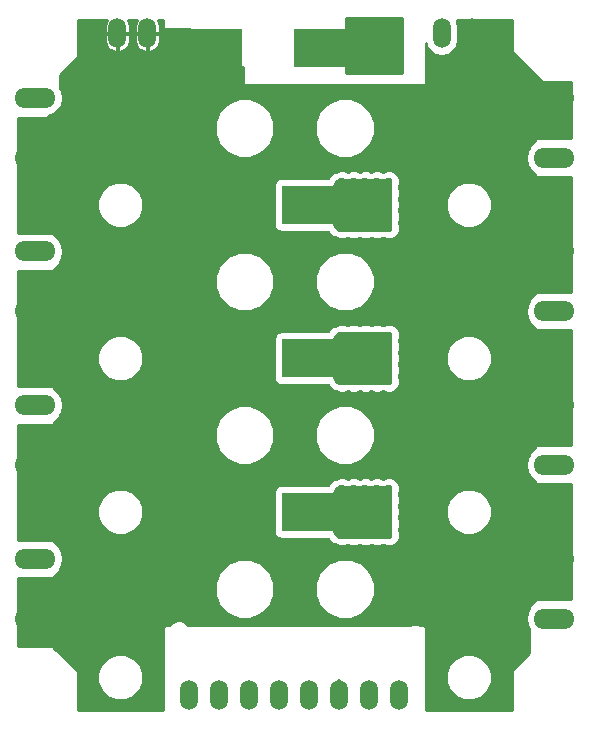
<source format=gbr>
G04 #@! TF.FileFunction,Copper,L2,Bot,Signal*
%FSLAX46Y46*%
G04 Gerber Fmt 4.6, Leading zero omitted, Abs format (unit mm)*
G04 Created by KiCad (PCBNEW 4.0.4-stable) date 03/07/19 13:46:32*
%MOMM*%
%LPD*%
G01*
G04 APERTURE LIST*
%ADD10C,0.100000*%
%ADD11O,3.500120X1.699260*%
%ADD12O,1.520000X2.520000*%
%ADD13R,4.500000X3.300000*%
%ADD14C,0.600000*%
%ADD15C,2.000000*%
%ADD16C,0.250000*%
%ADD17C,0.350000*%
%ADD18C,0.500000*%
%ADD19C,0.254000*%
G04 APERTURE END LIST*
D10*
D11*
X47000000Y47460000D03*
X47000000Y52540000D03*
X3000000Y39540000D03*
X3000000Y34460000D03*
X47000000Y34460000D03*
X47000000Y39540000D03*
X3000000Y52540000D03*
X3000000Y47460000D03*
D12*
X10000000Y58000000D03*
X12540000Y58000000D03*
X40000000Y58000000D03*
X37460000Y58000000D03*
D11*
X47000000Y8460000D03*
X47000000Y13540000D03*
X47000000Y21460000D03*
X47000000Y26540000D03*
X3000000Y26540000D03*
X3000000Y21460000D03*
X3000000Y13540000D03*
X3000000Y8460000D03*
D12*
X16100000Y2000000D03*
X18640000Y2000000D03*
X21180000Y2000000D03*
X23720000Y2000000D03*
X26260000Y2000000D03*
X28800000Y2000000D03*
X31340000Y2000000D03*
X33880000Y2000000D03*
D13*
X27150000Y56750000D03*
X18350000Y56750000D03*
X26150000Y43500000D03*
X17350000Y43500000D03*
X26150000Y30500000D03*
X17350000Y30500000D03*
X26150000Y17500000D03*
X17350000Y17500000D03*
D14*
X29000000Y15500000D03*
X30000000Y15500000D03*
X31000000Y15500000D03*
X32000000Y15500000D03*
X33000000Y15500000D03*
X33000000Y16500000D03*
X33000000Y17500000D03*
X33000000Y18500000D03*
X33000000Y19500000D03*
X32000000Y19500000D03*
X31000000Y19500000D03*
X30000000Y19500000D03*
X29000000Y19500000D03*
X29000000Y18500000D03*
X30000000Y18500000D03*
X31000000Y18500000D03*
X32000000Y18500000D03*
X32000000Y17500000D03*
X31000000Y17500000D03*
X30000000Y17500000D03*
X29000000Y17500000D03*
X29000000Y16500000D03*
X30000000Y16500000D03*
X31000000Y16500000D03*
X32000000Y16500000D03*
X29000000Y28500000D03*
X30000000Y28500000D03*
X31000000Y28500000D03*
X32000000Y28500000D03*
X33000000Y28500000D03*
X33000000Y29500000D03*
X33000000Y30500000D03*
X33000000Y31500000D03*
X33000000Y32500000D03*
X32000000Y32500000D03*
X31000000Y32500000D03*
X30000000Y32500000D03*
X29000000Y32500000D03*
X29000000Y31500000D03*
X30000000Y31500000D03*
X31000000Y31500000D03*
X32000000Y31500000D03*
X32000000Y30500000D03*
X31000000Y30500000D03*
X30000000Y30500000D03*
X29000000Y30500000D03*
X29000000Y29500000D03*
X30000000Y29500000D03*
X31000000Y29500000D03*
X32000000Y29500000D03*
X33000000Y41500000D03*
X33000000Y42500000D03*
X33000000Y43500000D03*
X33000000Y44500000D03*
X33000000Y45500000D03*
X32000000Y45500000D03*
X31000000Y45500000D03*
X30000000Y45500000D03*
X29000000Y45500000D03*
X32000000Y41500000D03*
X29000000Y41500000D03*
X30000000Y41500000D03*
X31000000Y41500000D03*
X29000000Y44500000D03*
X30000000Y44500000D03*
X31000000Y44500000D03*
X32000000Y44500000D03*
X32000000Y43500000D03*
X31000000Y43500000D03*
X30000000Y43500000D03*
X29000000Y43500000D03*
X29000000Y42500000D03*
X30000000Y42500000D03*
X31000000Y42500000D03*
X32000000Y42500000D03*
X33750000Y55000000D03*
X33750000Y56000000D03*
X33750000Y57000000D03*
X33750000Y58000000D03*
X33750000Y59000000D03*
X29750000Y59000000D03*
X30750000Y59000000D03*
X31750000Y59000000D03*
X32750000Y59000000D03*
X29750000Y55000000D03*
X31750000Y55000000D03*
X30750000Y55000000D03*
X32750000Y55000000D03*
X32750000Y57000000D03*
X31750000Y57000000D03*
X30750000Y57000000D03*
X29750000Y57000000D03*
X29750000Y56000000D03*
X30750000Y56000000D03*
X31750000Y56000000D03*
X32750000Y56000000D03*
X29750000Y58000000D03*
X30750000Y58000000D03*
X31750000Y58000000D03*
X32750000Y58000000D03*
D15*
X47000000Y52540000D02*
X42290000Y52540000D01*
X42290000Y52540000D02*
X42250000Y52500000D01*
X3000000Y34460000D02*
X7460000Y34460000D01*
X7460000Y34460000D02*
X7500000Y34500000D01*
X47000000Y39540000D02*
X42540000Y39540000D01*
X42540000Y39540000D02*
X42500000Y39500000D01*
X3000000Y47460000D02*
X7710000Y47460000D01*
X7710000Y47460000D02*
X7750000Y47500000D01*
D16*
X18350000Y56750000D02*
X16000000Y56750000D01*
X14750000Y58000000D02*
X12540000Y58000000D01*
X16000000Y56750000D02*
X14750000Y58000000D01*
D15*
X3000000Y21460000D02*
X7210000Y21460000D01*
X7210000Y21460000D02*
X7250000Y21500000D01*
X3000000Y8460000D02*
X7960000Y8460000D01*
X7960000Y8460000D02*
X8000000Y8500000D01*
X47000000Y13540000D02*
X42290000Y13540000D01*
X42290000Y13540000D02*
X42250000Y13500000D01*
X47000000Y26540000D02*
X42460000Y26540000D01*
X42460000Y26540000D02*
X42250000Y26750000D01*
D16*
X28500000Y15500000D02*
X29000000Y15500000D01*
X31000000Y15500000D02*
X30000000Y15500000D01*
X28500000Y19500000D02*
X29000000Y19500000D01*
X33000000Y16500000D02*
X33000000Y17500000D01*
X33000000Y18500000D02*
X33000000Y19500000D01*
X32000000Y19500000D02*
X31000000Y19500000D01*
X30000000Y19500000D02*
X29000000Y19500000D01*
X33000000Y15500000D02*
X32000000Y15500000D01*
X26150000Y17500000D02*
X28000000Y17500000D01*
X28000000Y17500000D02*
X29000000Y18500000D01*
X30000000Y18500000D02*
X31000000Y18500000D01*
X32000000Y18500000D02*
X32000000Y17500000D01*
X31000000Y17500000D02*
X30000000Y17500000D01*
X29000000Y17500000D02*
X29000000Y16500000D01*
X30000000Y16500000D02*
X31000000Y16500000D01*
X32000000Y16500000D02*
X32000000Y15500000D01*
X28500000Y28500000D02*
X29000000Y28500000D01*
X31000000Y28500000D02*
X30000000Y28500000D01*
X28500000Y32500000D02*
X29000000Y32500000D01*
X33000000Y29500000D02*
X33000000Y30500000D01*
X33000000Y31500000D02*
X33000000Y32500000D01*
X32000000Y32500000D02*
X31000000Y32500000D01*
X30000000Y32500000D02*
X29000000Y32500000D01*
X33000000Y28500000D02*
X32000000Y28500000D01*
X26150000Y30500000D02*
X28000000Y30500000D01*
X28000000Y30500000D02*
X29000000Y31500000D01*
X30000000Y31500000D02*
X31000000Y31500000D01*
X32000000Y31500000D02*
X32000000Y30500000D01*
X31000000Y30500000D02*
X30000000Y30500000D01*
X29000000Y30500000D02*
X29000000Y29500000D01*
X30000000Y29500000D02*
X31000000Y29500000D01*
X32000000Y29500000D02*
X32000000Y28500000D01*
X28500000Y45500000D02*
X29000000Y45500000D01*
X33000000Y41500000D02*
X33000000Y42500000D01*
X33000000Y43500000D02*
X33000000Y44500000D01*
X33000000Y45500000D02*
X32000000Y45500000D01*
X31000000Y45500000D02*
X30000000Y45500000D01*
X28500000Y41500000D02*
X29000000Y41500000D01*
X31000000Y41500000D02*
X30000000Y41500000D01*
X26150000Y43750000D02*
X28250000Y43750000D01*
X28250000Y43750000D02*
X29000000Y44500000D01*
X30000000Y44500000D02*
X31000000Y44500000D01*
X32000000Y44500000D02*
X32000000Y43500000D01*
X31000000Y43500000D02*
X30000000Y43500000D01*
X29000000Y43500000D02*
X29000000Y42500000D01*
X30000000Y42500000D02*
X31000000Y42500000D01*
X32000000Y42500000D02*
X32000000Y41500000D01*
D17*
X32750000Y59000000D02*
X33750000Y59000000D01*
X33750000Y56000000D02*
X33750000Y55000000D01*
X33750000Y58000000D02*
X33750000Y57000000D01*
X32750000Y58000000D02*
X32750000Y59000000D01*
X31750000Y59000000D02*
X30750000Y59000000D01*
D16*
X31750000Y55000000D02*
X30750000Y55000000D01*
X32750000Y58000000D02*
X32750000Y57000000D01*
X31750000Y57000000D02*
X30750000Y57000000D01*
X29750000Y57000000D02*
X29750000Y56000000D01*
X30750000Y56000000D02*
X31750000Y56000000D01*
X32750000Y56000000D02*
X32750000Y55000000D01*
X27150000Y56500000D02*
X28250000Y56500000D01*
X28250000Y56500000D02*
X29750000Y58000000D01*
X30750000Y58000000D02*
X31750000Y58000000D01*
D18*
X21180000Y2000000D02*
X21180000Y2570000D01*
X23720000Y2000000D02*
X23720000Y2880000D01*
X23720000Y2000000D02*
X23720000Y2780000D01*
X23720000Y3030000D02*
X23720000Y2000000D01*
X26260000Y2000000D02*
X26260000Y2510000D01*
X28800000Y2000000D02*
X28800000Y2800000D01*
X28800000Y2000000D02*
X28800000Y3050000D01*
D19*
G36*
X34123000Y54627000D02*
X29377000Y54627000D01*
X29377000Y59290000D01*
X34123000Y59290000D01*
X34123000Y54627000D01*
X34123000Y54627000D01*
G37*
X34123000Y54627000D02*
X29377000Y54627000D01*
X29377000Y59290000D01*
X34123000Y59290000D01*
X34123000Y54627000D01*
G36*
X9002507Y58940668D02*
X8909800Y58525400D01*
X8909800Y58025400D01*
X9974600Y58025400D01*
X9974600Y58045400D01*
X10025400Y58045400D01*
X10025400Y58025400D01*
X11090200Y58025400D01*
X11090200Y58525400D01*
X10997493Y58940668D01*
X10869421Y59123000D01*
X11670579Y59123000D01*
X11542507Y58940668D01*
X11449800Y58525400D01*
X11449800Y58025400D01*
X12514600Y58025400D01*
X12514600Y58045400D01*
X12565400Y58045400D01*
X12565400Y58025400D01*
X13630200Y58025400D01*
X13630200Y58525400D01*
X13537493Y58940668D01*
X13409421Y59123000D01*
X13873000Y59123000D01*
X13873000Y58500000D01*
X13883006Y58450590D01*
X13911447Y58408965D01*
X13953841Y58381685D01*
X14000000Y58373000D01*
X16123000Y58373000D01*
X16123000Y55250000D01*
X16133006Y55200590D01*
X16161447Y55158965D01*
X16203841Y55131685D01*
X16250000Y55123000D01*
X20623000Y55123000D01*
X20623000Y53750000D01*
X20633006Y53700590D01*
X20661447Y53658965D01*
X20703841Y53631685D01*
X20750000Y53623000D01*
X36000000Y53623000D01*
X36049410Y53633006D01*
X36091035Y53661447D01*
X36118315Y53703841D01*
X36127000Y53750000D01*
X36127000Y57151180D01*
X36171188Y56929032D01*
X36473586Y56476461D01*
X36926157Y56174063D01*
X37460000Y56067875D01*
X37993843Y56174063D01*
X38446414Y56476461D01*
X38748812Y56929032D01*
X38855000Y57462875D01*
X38855000Y58537125D01*
X38748812Y59070968D01*
X38714045Y59123000D01*
X43373000Y59123000D01*
X43373000Y56500000D01*
X43383006Y56450590D01*
X43410197Y56410197D01*
X45910197Y53910197D01*
X45952211Y53882334D01*
X46000000Y53873000D01*
X48373000Y53873000D01*
X48373000Y49127000D01*
X45500000Y49127000D01*
X45450590Y49116994D01*
X45410197Y49089803D01*
X44910197Y48589803D01*
X44882334Y48547789D01*
X44873000Y48500000D01*
X44873000Y48315155D01*
X44681225Y48028143D01*
X44568214Y47460000D01*
X44681225Y46891857D01*
X44873000Y46604845D01*
X44873000Y46500000D01*
X44883006Y46450590D01*
X44910197Y46410197D01*
X45410197Y45910197D01*
X45452211Y45882334D01*
X45500000Y45873000D01*
X48373000Y45873000D01*
X48373000Y36127000D01*
X45500000Y36127000D01*
X45450590Y36116994D01*
X45410197Y36089803D01*
X44910197Y35589803D01*
X44882334Y35547789D01*
X44873000Y35500000D01*
X44873000Y35315155D01*
X44681225Y35028143D01*
X44568214Y34460000D01*
X44681225Y33891857D01*
X44873000Y33604845D01*
X44873000Y33500000D01*
X44883006Y33450590D01*
X44910197Y33410197D01*
X45410197Y32910197D01*
X45452211Y32882334D01*
X45500000Y32873000D01*
X48373000Y32873000D01*
X48373000Y23127000D01*
X45500000Y23127000D01*
X45450590Y23116994D01*
X45410197Y23089803D01*
X44910197Y22589803D01*
X44882334Y22547789D01*
X44873000Y22500000D01*
X44873000Y22315155D01*
X44681225Y22028143D01*
X44568214Y21460000D01*
X44681225Y20891857D01*
X44873000Y20604845D01*
X44873000Y20500000D01*
X44883006Y20450590D01*
X44910197Y20410197D01*
X45410197Y19910197D01*
X45452211Y19882334D01*
X45500000Y19873000D01*
X48373000Y19873000D01*
X48373000Y10127000D01*
X45500000Y10127000D01*
X45450590Y10116994D01*
X45410197Y10089803D01*
X44910197Y9589803D01*
X44882334Y9547789D01*
X44873000Y9500000D01*
X44873000Y9315155D01*
X44681225Y9028143D01*
X44568214Y8460000D01*
X44681225Y7891857D01*
X44873000Y7604845D01*
X44873000Y5552606D01*
X43410197Y4089803D01*
X43382334Y4047789D01*
X43373000Y4000000D01*
X43373000Y710000D01*
X36127000Y710000D01*
X36127000Y3116793D01*
X37814665Y3116793D01*
X38108630Y2405342D01*
X38652479Y1860543D01*
X39363416Y1565337D01*
X40133207Y1564665D01*
X40844658Y1858630D01*
X41389457Y2402479D01*
X41684663Y3113416D01*
X41685335Y3883207D01*
X41391370Y4594658D01*
X40847521Y5139457D01*
X40136584Y5434663D01*
X39366793Y5435335D01*
X38655342Y5141370D01*
X38110543Y4597521D01*
X37815337Y3886584D01*
X37814665Y3116793D01*
X36127000Y3116793D01*
X36127000Y6894325D01*
X36134838Y6913201D01*
X36135162Y7285167D01*
X36127000Y7304921D01*
X36127000Y7750000D01*
X36116994Y7799410D01*
X36088553Y7841035D01*
X36046159Y7868315D01*
X36000000Y7877000D01*
X35745493Y7877000D01*
X35730327Y7892192D01*
X35386799Y8034838D01*
X35014833Y8035162D01*
X34671057Y7893117D01*
X34654912Y7877000D01*
X16014579Y7877000D01*
X15993117Y7928943D01*
X15730327Y8192192D01*
X15386799Y8334838D01*
X15014833Y8335162D01*
X14671057Y8193117D01*
X14407808Y7930327D01*
X14385665Y7877000D01*
X14000000Y7877000D01*
X13950590Y7866994D01*
X13908965Y7838553D01*
X13881685Y7796159D01*
X13873000Y7750000D01*
X13873000Y710000D01*
X6627000Y710000D01*
X6627000Y3116793D01*
X8314665Y3116793D01*
X8608630Y2405342D01*
X9152479Y1860543D01*
X9863416Y1565337D01*
X10633207Y1564665D01*
X11344658Y1858630D01*
X11889457Y2402479D01*
X12184663Y3113416D01*
X12185335Y3883207D01*
X11891370Y4594658D01*
X11347521Y5139457D01*
X10636584Y5434663D01*
X9866793Y5435335D01*
X9155342Y5141370D01*
X8610543Y4597521D01*
X8315337Y3886584D01*
X8314665Y3116793D01*
X6627000Y3116793D01*
X6627000Y4000000D01*
X6616994Y4049410D01*
X6589803Y4089803D01*
X4589803Y6089803D01*
X4547789Y6117666D01*
X4500000Y6127000D01*
X1627000Y6127000D01*
X1627000Y10497985D01*
X18228641Y10497985D01*
X18613746Y9565959D01*
X19326208Y8852252D01*
X20257561Y8465521D01*
X21266015Y8464641D01*
X22198041Y8849746D01*
X22911748Y9562208D01*
X23298479Y10493561D01*
X23298482Y10497985D01*
X26700641Y10497985D01*
X27085746Y9565959D01*
X27798208Y8852252D01*
X28729561Y8465521D01*
X29738015Y8464641D01*
X30670041Y8849746D01*
X31383748Y9562208D01*
X31770479Y10493561D01*
X31771359Y11502015D01*
X31386254Y12434041D01*
X30673792Y13147748D01*
X29742439Y13534479D01*
X28733985Y13535359D01*
X27801959Y13150254D01*
X27088252Y12437792D01*
X26701521Y11506439D01*
X26700641Y10497985D01*
X23298482Y10497985D01*
X23299359Y11502015D01*
X22914254Y12434041D01*
X22201792Y13147748D01*
X21270439Y13534479D01*
X20261985Y13535359D01*
X19329959Y13150254D01*
X18616252Y12437792D01*
X18229521Y11506439D01*
X18228641Y10497985D01*
X1627000Y10497985D01*
X1627000Y11873000D01*
X4500000Y11873000D01*
X4549410Y11883006D01*
X4589803Y11910197D01*
X5089803Y12410197D01*
X5117666Y12452211D01*
X5127000Y12500000D01*
X5127000Y12684845D01*
X5318775Y12971857D01*
X5431786Y13540000D01*
X5318775Y14108143D01*
X5127000Y14395155D01*
X5127000Y14500000D01*
X5116994Y14549410D01*
X5089803Y14589803D01*
X4589803Y15089803D01*
X4547789Y15117666D01*
X4500000Y15127000D01*
X1627000Y15127000D01*
X1627000Y17116793D01*
X8314665Y17116793D01*
X8608630Y16405342D01*
X9152479Y15860543D01*
X9863416Y15565337D01*
X10633207Y15564665D01*
X11344658Y15858630D01*
X11889457Y16402479D01*
X12184663Y17113416D01*
X12185335Y17883207D01*
X11891370Y18594658D01*
X11347521Y19139457D01*
X11322131Y19150000D01*
X23252560Y19150000D01*
X23252560Y15850000D01*
X23296838Y15614683D01*
X23435910Y15398559D01*
X23648110Y15253569D01*
X23900000Y15202560D01*
X27802263Y15202560D01*
X27962599Y14962599D01*
X28209161Y14797852D01*
X28422061Y14755503D01*
X28469673Y14707808D01*
X28813201Y14565162D01*
X29185167Y14564838D01*
X29500351Y14695069D01*
X29813201Y14565162D01*
X30185167Y14564838D01*
X30500351Y14695069D01*
X30813201Y14565162D01*
X31185167Y14564838D01*
X31500351Y14695069D01*
X31813201Y14565162D01*
X32185167Y14564838D01*
X32500351Y14695069D01*
X32813201Y14565162D01*
X33185167Y14564838D01*
X33528943Y14706883D01*
X33792192Y14969673D01*
X33934838Y15313201D01*
X33935162Y15685167D01*
X33804931Y16000351D01*
X33934838Y16313201D01*
X33935162Y16685167D01*
X33804931Y17000351D01*
X33853282Y17116793D01*
X37814665Y17116793D01*
X38108630Y16405342D01*
X38652479Y15860543D01*
X39363416Y15565337D01*
X40133207Y15564665D01*
X40844658Y15858630D01*
X41389457Y16402479D01*
X41684663Y17113416D01*
X41685335Y17883207D01*
X41391370Y18594658D01*
X40847521Y19139457D01*
X40136584Y19434663D01*
X39366793Y19435335D01*
X38655342Y19141370D01*
X38110543Y18597521D01*
X37815337Y17886584D01*
X37814665Y17116793D01*
X33853282Y17116793D01*
X33934838Y17313201D01*
X33935162Y17685167D01*
X33804931Y18000351D01*
X33934838Y18313201D01*
X33935162Y18685167D01*
X33804931Y19000351D01*
X33934838Y19313201D01*
X33935162Y19685167D01*
X33793117Y20028943D01*
X33530327Y20292192D01*
X33186799Y20434838D01*
X32814833Y20435162D01*
X32499649Y20304931D01*
X32186799Y20434838D01*
X31814833Y20435162D01*
X31499649Y20304931D01*
X31186799Y20434838D01*
X30814833Y20435162D01*
X30499649Y20304931D01*
X30186799Y20434838D01*
X29814833Y20435162D01*
X29499649Y20304931D01*
X29186799Y20434838D01*
X28814833Y20435162D01*
X28471057Y20293117D01*
X28422424Y20244569D01*
X28209161Y20202148D01*
X27962599Y20037401D01*
X27802263Y19797440D01*
X23900000Y19797440D01*
X23664683Y19753162D01*
X23448559Y19614090D01*
X23303569Y19401890D01*
X23252560Y19150000D01*
X11322131Y19150000D01*
X10636584Y19434663D01*
X9866793Y19435335D01*
X9155342Y19141370D01*
X8610543Y18597521D01*
X8315337Y17886584D01*
X8314665Y17116793D01*
X1627000Y17116793D01*
X1627000Y23497985D01*
X18228641Y23497985D01*
X18613746Y22565959D01*
X19326208Y21852252D01*
X20257561Y21465521D01*
X21266015Y21464641D01*
X22198041Y21849746D01*
X22911748Y22562208D01*
X23298479Y23493561D01*
X23298482Y23497985D01*
X26700641Y23497985D01*
X27085746Y22565959D01*
X27798208Y21852252D01*
X28729561Y21465521D01*
X29738015Y21464641D01*
X30670041Y21849746D01*
X31383748Y22562208D01*
X31770479Y23493561D01*
X31771359Y24502015D01*
X31386254Y25434041D01*
X30673792Y26147748D01*
X29742439Y26534479D01*
X28733985Y26535359D01*
X27801959Y26150254D01*
X27088252Y25437792D01*
X26701521Y24506439D01*
X26700641Y23497985D01*
X23298482Y23497985D01*
X23299359Y24502015D01*
X22914254Y25434041D01*
X22201792Y26147748D01*
X21270439Y26534479D01*
X20261985Y26535359D01*
X19329959Y26150254D01*
X18616252Y25437792D01*
X18229521Y24506439D01*
X18228641Y23497985D01*
X1627000Y23497985D01*
X1627000Y24873000D01*
X4500000Y24873000D01*
X4549410Y24883006D01*
X4589803Y24910197D01*
X5089803Y25410197D01*
X5117666Y25452211D01*
X5127000Y25500000D01*
X5127000Y25684845D01*
X5318775Y25971857D01*
X5431786Y26540000D01*
X5318775Y27108143D01*
X5127000Y27395155D01*
X5127000Y27500000D01*
X5116994Y27549410D01*
X5089803Y27589803D01*
X4589803Y28089803D01*
X4547789Y28117666D01*
X4500000Y28127000D01*
X1627000Y28127000D01*
X1627000Y30116793D01*
X8314665Y30116793D01*
X8608630Y29405342D01*
X9152479Y28860543D01*
X9863416Y28565337D01*
X10633207Y28564665D01*
X11344658Y28858630D01*
X11889457Y29402479D01*
X12184663Y30113416D01*
X12185335Y30883207D01*
X11891370Y31594658D01*
X11347521Y32139457D01*
X11322131Y32150000D01*
X23252560Y32150000D01*
X23252560Y28850000D01*
X23296838Y28614683D01*
X23435910Y28398559D01*
X23648110Y28253569D01*
X23900000Y28202560D01*
X27802263Y28202560D01*
X27962599Y27962599D01*
X28209161Y27797852D01*
X28422061Y27755503D01*
X28469673Y27707808D01*
X28813201Y27565162D01*
X29185167Y27564838D01*
X29500351Y27695069D01*
X29813201Y27565162D01*
X30185167Y27564838D01*
X30500351Y27695069D01*
X30813201Y27565162D01*
X31185167Y27564838D01*
X31500351Y27695069D01*
X31813201Y27565162D01*
X32185167Y27564838D01*
X32500351Y27695069D01*
X32813201Y27565162D01*
X33185167Y27564838D01*
X33528943Y27706883D01*
X33792192Y27969673D01*
X33934838Y28313201D01*
X33935162Y28685167D01*
X33804931Y29000351D01*
X33934838Y29313201D01*
X33935162Y29685167D01*
X33804931Y30000351D01*
X33853282Y30116793D01*
X37814665Y30116793D01*
X38108630Y29405342D01*
X38652479Y28860543D01*
X39363416Y28565337D01*
X40133207Y28564665D01*
X40844658Y28858630D01*
X41389457Y29402479D01*
X41684663Y30113416D01*
X41685335Y30883207D01*
X41391370Y31594658D01*
X40847521Y32139457D01*
X40136584Y32434663D01*
X39366793Y32435335D01*
X38655342Y32141370D01*
X38110543Y31597521D01*
X37815337Y30886584D01*
X37814665Y30116793D01*
X33853282Y30116793D01*
X33934838Y30313201D01*
X33935162Y30685167D01*
X33804931Y31000351D01*
X33934838Y31313201D01*
X33935162Y31685167D01*
X33804931Y32000351D01*
X33934838Y32313201D01*
X33935162Y32685167D01*
X33793117Y33028943D01*
X33530327Y33292192D01*
X33186799Y33434838D01*
X32814833Y33435162D01*
X32499649Y33304931D01*
X32186799Y33434838D01*
X31814833Y33435162D01*
X31499649Y33304931D01*
X31186799Y33434838D01*
X30814833Y33435162D01*
X30499649Y33304931D01*
X30186799Y33434838D01*
X29814833Y33435162D01*
X29499649Y33304931D01*
X29186799Y33434838D01*
X28814833Y33435162D01*
X28471057Y33293117D01*
X28422424Y33244569D01*
X28209161Y33202148D01*
X27962599Y33037401D01*
X27802263Y32797440D01*
X23900000Y32797440D01*
X23664683Y32753162D01*
X23448559Y32614090D01*
X23303569Y32401890D01*
X23252560Y32150000D01*
X11322131Y32150000D01*
X10636584Y32434663D01*
X9866793Y32435335D01*
X9155342Y32141370D01*
X8610543Y31597521D01*
X8315337Y30886584D01*
X8314665Y30116793D01*
X1627000Y30116793D01*
X1627000Y36497985D01*
X18228641Y36497985D01*
X18613746Y35565959D01*
X19326208Y34852252D01*
X20257561Y34465521D01*
X21266015Y34464641D01*
X22198041Y34849746D01*
X22911748Y35562208D01*
X23298479Y36493561D01*
X23298482Y36497985D01*
X26700641Y36497985D01*
X27085746Y35565959D01*
X27798208Y34852252D01*
X28729561Y34465521D01*
X29738015Y34464641D01*
X30670041Y34849746D01*
X31383748Y35562208D01*
X31770479Y36493561D01*
X31771359Y37502015D01*
X31386254Y38434041D01*
X30673792Y39147748D01*
X29742439Y39534479D01*
X28733985Y39535359D01*
X27801959Y39150254D01*
X27088252Y38437792D01*
X26701521Y37506439D01*
X26700641Y36497985D01*
X23298482Y36497985D01*
X23299359Y37502015D01*
X22914254Y38434041D01*
X22201792Y39147748D01*
X21270439Y39534479D01*
X20261985Y39535359D01*
X19329959Y39150254D01*
X18616252Y38437792D01*
X18229521Y37506439D01*
X18228641Y36497985D01*
X1627000Y36497985D01*
X1627000Y37873000D01*
X4500000Y37873000D01*
X4549410Y37883006D01*
X4589803Y37910197D01*
X5089803Y38410197D01*
X5117666Y38452211D01*
X5127000Y38500000D01*
X5127000Y38684845D01*
X5318775Y38971857D01*
X5431786Y39540000D01*
X5318775Y40108143D01*
X5127000Y40395155D01*
X5127000Y40500000D01*
X5116994Y40549410D01*
X5089803Y40589803D01*
X4589803Y41089803D01*
X4547789Y41117666D01*
X4500000Y41127000D01*
X1627000Y41127000D01*
X1627000Y43116793D01*
X8314665Y43116793D01*
X8608630Y42405342D01*
X9152479Y41860543D01*
X9863416Y41565337D01*
X10633207Y41564665D01*
X11344658Y41858630D01*
X11889457Y42402479D01*
X12184663Y43113416D01*
X12185335Y43883207D01*
X11891370Y44594658D01*
X11347521Y45139457D01*
X11322131Y45150000D01*
X23252560Y45150000D01*
X23252560Y41850000D01*
X23296838Y41614683D01*
X23435910Y41398559D01*
X23648110Y41253569D01*
X23900000Y41202560D01*
X27802263Y41202560D01*
X27962599Y40962599D01*
X28209161Y40797852D01*
X28422061Y40755503D01*
X28469673Y40707808D01*
X28813201Y40565162D01*
X29185167Y40564838D01*
X29500351Y40695069D01*
X29813201Y40565162D01*
X30185167Y40564838D01*
X30500351Y40695069D01*
X30813201Y40565162D01*
X31185167Y40564838D01*
X31500351Y40695069D01*
X31813201Y40565162D01*
X32185167Y40564838D01*
X32500351Y40695069D01*
X32813201Y40565162D01*
X33185167Y40564838D01*
X33528943Y40706883D01*
X33792192Y40969673D01*
X33934838Y41313201D01*
X33935162Y41685167D01*
X33804931Y42000351D01*
X33934838Y42313201D01*
X33935162Y42685167D01*
X33804931Y43000351D01*
X33853282Y43116793D01*
X37814665Y43116793D01*
X38108630Y42405342D01*
X38652479Y41860543D01*
X39363416Y41565337D01*
X40133207Y41564665D01*
X40844658Y41858630D01*
X41389457Y42402479D01*
X41684663Y43113416D01*
X41685335Y43883207D01*
X41391370Y44594658D01*
X40847521Y45139457D01*
X40136584Y45434663D01*
X39366793Y45435335D01*
X38655342Y45141370D01*
X38110543Y44597521D01*
X37815337Y43886584D01*
X37814665Y43116793D01*
X33853282Y43116793D01*
X33934838Y43313201D01*
X33935162Y43685167D01*
X33804931Y44000351D01*
X33934838Y44313201D01*
X33935162Y44685167D01*
X33804931Y45000351D01*
X33934838Y45313201D01*
X33935162Y45685167D01*
X33793117Y46028943D01*
X33530327Y46292192D01*
X33186799Y46434838D01*
X32814833Y46435162D01*
X32499649Y46304931D01*
X32186799Y46434838D01*
X31814833Y46435162D01*
X31499649Y46304931D01*
X31186799Y46434838D01*
X30814833Y46435162D01*
X30499649Y46304931D01*
X30186799Y46434838D01*
X29814833Y46435162D01*
X29499649Y46304931D01*
X29186799Y46434838D01*
X28814833Y46435162D01*
X28471057Y46293117D01*
X28422424Y46244569D01*
X28209161Y46202148D01*
X27962599Y46037401D01*
X27802263Y45797440D01*
X23900000Y45797440D01*
X23664683Y45753162D01*
X23448559Y45614090D01*
X23303569Y45401890D01*
X23252560Y45150000D01*
X11322131Y45150000D01*
X10636584Y45434663D01*
X9866793Y45435335D01*
X9155342Y45141370D01*
X8610543Y44597521D01*
X8315337Y43886584D01*
X8314665Y43116793D01*
X1627000Y43116793D01*
X1627000Y49497985D01*
X18228641Y49497985D01*
X18613746Y48565959D01*
X19326208Y47852252D01*
X20257561Y47465521D01*
X21266015Y47464641D01*
X22198041Y47849746D01*
X22911748Y48562208D01*
X23298479Y49493561D01*
X23298482Y49497985D01*
X26700641Y49497985D01*
X27085746Y48565959D01*
X27798208Y47852252D01*
X28729561Y47465521D01*
X29738015Y47464641D01*
X30670041Y47849746D01*
X31383748Y48562208D01*
X31770479Y49493561D01*
X31771359Y50502015D01*
X31386254Y51434041D01*
X30673792Y52147748D01*
X29742439Y52534479D01*
X28733985Y52535359D01*
X27801959Y52150254D01*
X27088252Y51437792D01*
X26701521Y50506439D01*
X26700641Y49497985D01*
X23298482Y49497985D01*
X23299359Y50502015D01*
X22914254Y51434041D01*
X22201792Y52147748D01*
X21270439Y52534479D01*
X20261985Y52535359D01*
X19329959Y52150254D01*
X18616252Y51437792D01*
X18229521Y50506439D01*
X18228641Y49497985D01*
X1627000Y49497985D01*
X1627000Y50873000D01*
X4000000Y50873000D01*
X4049410Y50883006D01*
X4089803Y50910197D01*
X4306443Y51126837D01*
X4515299Y51168381D01*
X4996948Y51490208D01*
X5318775Y51971857D01*
X5431786Y52540000D01*
X5318775Y53108143D01*
X5127000Y53395155D01*
X5127000Y54447394D01*
X6589803Y55910197D01*
X6617666Y55952211D01*
X6627000Y56000000D01*
X6627000Y57974600D01*
X8909800Y57974600D01*
X8909800Y57474600D01*
X9002507Y57059332D01*
X9247073Y56711152D01*
X9606265Y56483067D01*
X9804414Y56427488D01*
X9974600Y56492670D01*
X9974600Y57974600D01*
X10025400Y57974600D01*
X10025400Y56492670D01*
X10195586Y56427488D01*
X10393735Y56483067D01*
X10752927Y56711152D01*
X10997493Y57059332D01*
X11090200Y57474600D01*
X11090200Y57974600D01*
X11449800Y57974600D01*
X11449800Y57474600D01*
X11542507Y57059332D01*
X11787073Y56711152D01*
X12146265Y56483067D01*
X12344414Y56427488D01*
X12514600Y56492670D01*
X12514600Y57974600D01*
X12565400Y57974600D01*
X12565400Y56492670D01*
X12735586Y56427488D01*
X12933735Y56483067D01*
X13292927Y56711152D01*
X13537493Y57059332D01*
X13630200Y57474600D01*
X13630200Y57974600D01*
X12565400Y57974600D01*
X12514600Y57974600D01*
X11449800Y57974600D01*
X11090200Y57974600D01*
X10025400Y57974600D01*
X9974600Y57974600D01*
X8909800Y57974600D01*
X6627000Y57974600D01*
X6627000Y59123000D01*
X9130579Y59123000D01*
X9002507Y58940668D01*
X9002507Y58940668D01*
G37*
X9002507Y58940668D02*
X8909800Y58525400D01*
X8909800Y58025400D01*
X9974600Y58025400D01*
X9974600Y58045400D01*
X10025400Y58045400D01*
X10025400Y58025400D01*
X11090200Y58025400D01*
X11090200Y58525400D01*
X10997493Y58940668D01*
X10869421Y59123000D01*
X11670579Y59123000D01*
X11542507Y58940668D01*
X11449800Y58525400D01*
X11449800Y58025400D01*
X12514600Y58025400D01*
X12514600Y58045400D01*
X12565400Y58045400D01*
X12565400Y58025400D01*
X13630200Y58025400D01*
X13630200Y58525400D01*
X13537493Y58940668D01*
X13409421Y59123000D01*
X13873000Y59123000D01*
X13873000Y58500000D01*
X13883006Y58450590D01*
X13911447Y58408965D01*
X13953841Y58381685D01*
X14000000Y58373000D01*
X16123000Y58373000D01*
X16123000Y55250000D01*
X16133006Y55200590D01*
X16161447Y55158965D01*
X16203841Y55131685D01*
X16250000Y55123000D01*
X20623000Y55123000D01*
X20623000Y53750000D01*
X20633006Y53700590D01*
X20661447Y53658965D01*
X20703841Y53631685D01*
X20750000Y53623000D01*
X36000000Y53623000D01*
X36049410Y53633006D01*
X36091035Y53661447D01*
X36118315Y53703841D01*
X36127000Y53750000D01*
X36127000Y57151180D01*
X36171188Y56929032D01*
X36473586Y56476461D01*
X36926157Y56174063D01*
X37460000Y56067875D01*
X37993843Y56174063D01*
X38446414Y56476461D01*
X38748812Y56929032D01*
X38855000Y57462875D01*
X38855000Y58537125D01*
X38748812Y59070968D01*
X38714045Y59123000D01*
X43373000Y59123000D01*
X43373000Y56500000D01*
X43383006Y56450590D01*
X43410197Y56410197D01*
X45910197Y53910197D01*
X45952211Y53882334D01*
X46000000Y53873000D01*
X48373000Y53873000D01*
X48373000Y49127000D01*
X45500000Y49127000D01*
X45450590Y49116994D01*
X45410197Y49089803D01*
X44910197Y48589803D01*
X44882334Y48547789D01*
X44873000Y48500000D01*
X44873000Y48315155D01*
X44681225Y48028143D01*
X44568214Y47460000D01*
X44681225Y46891857D01*
X44873000Y46604845D01*
X44873000Y46500000D01*
X44883006Y46450590D01*
X44910197Y46410197D01*
X45410197Y45910197D01*
X45452211Y45882334D01*
X45500000Y45873000D01*
X48373000Y45873000D01*
X48373000Y36127000D01*
X45500000Y36127000D01*
X45450590Y36116994D01*
X45410197Y36089803D01*
X44910197Y35589803D01*
X44882334Y35547789D01*
X44873000Y35500000D01*
X44873000Y35315155D01*
X44681225Y35028143D01*
X44568214Y34460000D01*
X44681225Y33891857D01*
X44873000Y33604845D01*
X44873000Y33500000D01*
X44883006Y33450590D01*
X44910197Y33410197D01*
X45410197Y32910197D01*
X45452211Y32882334D01*
X45500000Y32873000D01*
X48373000Y32873000D01*
X48373000Y23127000D01*
X45500000Y23127000D01*
X45450590Y23116994D01*
X45410197Y23089803D01*
X44910197Y22589803D01*
X44882334Y22547789D01*
X44873000Y22500000D01*
X44873000Y22315155D01*
X44681225Y22028143D01*
X44568214Y21460000D01*
X44681225Y20891857D01*
X44873000Y20604845D01*
X44873000Y20500000D01*
X44883006Y20450590D01*
X44910197Y20410197D01*
X45410197Y19910197D01*
X45452211Y19882334D01*
X45500000Y19873000D01*
X48373000Y19873000D01*
X48373000Y10127000D01*
X45500000Y10127000D01*
X45450590Y10116994D01*
X45410197Y10089803D01*
X44910197Y9589803D01*
X44882334Y9547789D01*
X44873000Y9500000D01*
X44873000Y9315155D01*
X44681225Y9028143D01*
X44568214Y8460000D01*
X44681225Y7891857D01*
X44873000Y7604845D01*
X44873000Y5552606D01*
X43410197Y4089803D01*
X43382334Y4047789D01*
X43373000Y4000000D01*
X43373000Y710000D01*
X36127000Y710000D01*
X36127000Y3116793D01*
X37814665Y3116793D01*
X38108630Y2405342D01*
X38652479Y1860543D01*
X39363416Y1565337D01*
X40133207Y1564665D01*
X40844658Y1858630D01*
X41389457Y2402479D01*
X41684663Y3113416D01*
X41685335Y3883207D01*
X41391370Y4594658D01*
X40847521Y5139457D01*
X40136584Y5434663D01*
X39366793Y5435335D01*
X38655342Y5141370D01*
X38110543Y4597521D01*
X37815337Y3886584D01*
X37814665Y3116793D01*
X36127000Y3116793D01*
X36127000Y6894325D01*
X36134838Y6913201D01*
X36135162Y7285167D01*
X36127000Y7304921D01*
X36127000Y7750000D01*
X36116994Y7799410D01*
X36088553Y7841035D01*
X36046159Y7868315D01*
X36000000Y7877000D01*
X35745493Y7877000D01*
X35730327Y7892192D01*
X35386799Y8034838D01*
X35014833Y8035162D01*
X34671057Y7893117D01*
X34654912Y7877000D01*
X16014579Y7877000D01*
X15993117Y7928943D01*
X15730327Y8192192D01*
X15386799Y8334838D01*
X15014833Y8335162D01*
X14671057Y8193117D01*
X14407808Y7930327D01*
X14385665Y7877000D01*
X14000000Y7877000D01*
X13950590Y7866994D01*
X13908965Y7838553D01*
X13881685Y7796159D01*
X13873000Y7750000D01*
X13873000Y710000D01*
X6627000Y710000D01*
X6627000Y3116793D01*
X8314665Y3116793D01*
X8608630Y2405342D01*
X9152479Y1860543D01*
X9863416Y1565337D01*
X10633207Y1564665D01*
X11344658Y1858630D01*
X11889457Y2402479D01*
X12184663Y3113416D01*
X12185335Y3883207D01*
X11891370Y4594658D01*
X11347521Y5139457D01*
X10636584Y5434663D01*
X9866793Y5435335D01*
X9155342Y5141370D01*
X8610543Y4597521D01*
X8315337Y3886584D01*
X8314665Y3116793D01*
X6627000Y3116793D01*
X6627000Y4000000D01*
X6616994Y4049410D01*
X6589803Y4089803D01*
X4589803Y6089803D01*
X4547789Y6117666D01*
X4500000Y6127000D01*
X1627000Y6127000D01*
X1627000Y10497985D01*
X18228641Y10497985D01*
X18613746Y9565959D01*
X19326208Y8852252D01*
X20257561Y8465521D01*
X21266015Y8464641D01*
X22198041Y8849746D01*
X22911748Y9562208D01*
X23298479Y10493561D01*
X23298482Y10497985D01*
X26700641Y10497985D01*
X27085746Y9565959D01*
X27798208Y8852252D01*
X28729561Y8465521D01*
X29738015Y8464641D01*
X30670041Y8849746D01*
X31383748Y9562208D01*
X31770479Y10493561D01*
X31771359Y11502015D01*
X31386254Y12434041D01*
X30673792Y13147748D01*
X29742439Y13534479D01*
X28733985Y13535359D01*
X27801959Y13150254D01*
X27088252Y12437792D01*
X26701521Y11506439D01*
X26700641Y10497985D01*
X23298482Y10497985D01*
X23299359Y11502015D01*
X22914254Y12434041D01*
X22201792Y13147748D01*
X21270439Y13534479D01*
X20261985Y13535359D01*
X19329959Y13150254D01*
X18616252Y12437792D01*
X18229521Y11506439D01*
X18228641Y10497985D01*
X1627000Y10497985D01*
X1627000Y11873000D01*
X4500000Y11873000D01*
X4549410Y11883006D01*
X4589803Y11910197D01*
X5089803Y12410197D01*
X5117666Y12452211D01*
X5127000Y12500000D01*
X5127000Y12684845D01*
X5318775Y12971857D01*
X5431786Y13540000D01*
X5318775Y14108143D01*
X5127000Y14395155D01*
X5127000Y14500000D01*
X5116994Y14549410D01*
X5089803Y14589803D01*
X4589803Y15089803D01*
X4547789Y15117666D01*
X4500000Y15127000D01*
X1627000Y15127000D01*
X1627000Y17116793D01*
X8314665Y17116793D01*
X8608630Y16405342D01*
X9152479Y15860543D01*
X9863416Y15565337D01*
X10633207Y15564665D01*
X11344658Y15858630D01*
X11889457Y16402479D01*
X12184663Y17113416D01*
X12185335Y17883207D01*
X11891370Y18594658D01*
X11347521Y19139457D01*
X11322131Y19150000D01*
X23252560Y19150000D01*
X23252560Y15850000D01*
X23296838Y15614683D01*
X23435910Y15398559D01*
X23648110Y15253569D01*
X23900000Y15202560D01*
X27802263Y15202560D01*
X27962599Y14962599D01*
X28209161Y14797852D01*
X28422061Y14755503D01*
X28469673Y14707808D01*
X28813201Y14565162D01*
X29185167Y14564838D01*
X29500351Y14695069D01*
X29813201Y14565162D01*
X30185167Y14564838D01*
X30500351Y14695069D01*
X30813201Y14565162D01*
X31185167Y14564838D01*
X31500351Y14695069D01*
X31813201Y14565162D01*
X32185167Y14564838D01*
X32500351Y14695069D01*
X32813201Y14565162D01*
X33185167Y14564838D01*
X33528943Y14706883D01*
X33792192Y14969673D01*
X33934838Y15313201D01*
X33935162Y15685167D01*
X33804931Y16000351D01*
X33934838Y16313201D01*
X33935162Y16685167D01*
X33804931Y17000351D01*
X33853282Y17116793D01*
X37814665Y17116793D01*
X38108630Y16405342D01*
X38652479Y15860543D01*
X39363416Y15565337D01*
X40133207Y15564665D01*
X40844658Y15858630D01*
X41389457Y16402479D01*
X41684663Y17113416D01*
X41685335Y17883207D01*
X41391370Y18594658D01*
X40847521Y19139457D01*
X40136584Y19434663D01*
X39366793Y19435335D01*
X38655342Y19141370D01*
X38110543Y18597521D01*
X37815337Y17886584D01*
X37814665Y17116793D01*
X33853282Y17116793D01*
X33934838Y17313201D01*
X33935162Y17685167D01*
X33804931Y18000351D01*
X33934838Y18313201D01*
X33935162Y18685167D01*
X33804931Y19000351D01*
X33934838Y19313201D01*
X33935162Y19685167D01*
X33793117Y20028943D01*
X33530327Y20292192D01*
X33186799Y20434838D01*
X32814833Y20435162D01*
X32499649Y20304931D01*
X32186799Y20434838D01*
X31814833Y20435162D01*
X31499649Y20304931D01*
X31186799Y20434838D01*
X30814833Y20435162D01*
X30499649Y20304931D01*
X30186799Y20434838D01*
X29814833Y20435162D01*
X29499649Y20304931D01*
X29186799Y20434838D01*
X28814833Y20435162D01*
X28471057Y20293117D01*
X28422424Y20244569D01*
X28209161Y20202148D01*
X27962599Y20037401D01*
X27802263Y19797440D01*
X23900000Y19797440D01*
X23664683Y19753162D01*
X23448559Y19614090D01*
X23303569Y19401890D01*
X23252560Y19150000D01*
X11322131Y19150000D01*
X10636584Y19434663D01*
X9866793Y19435335D01*
X9155342Y19141370D01*
X8610543Y18597521D01*
X8315337Y17886584D01*
X8314665Y17116793D01*
X1627000Y17116793D01*
X1627000Y23497985D01*
X18228641Y23497985D01*
X18613746Y22565959D01*
X19326208Y21852252D01*
X20257561Y21465521D01*
X21266015Y21464641D01*
X22198041Y21849746D01*
X22911748Y22562208D01*
X23298479Y23493561D01*
X23298482Y23497985D01*
X26700641Y23497985D01*
X27085746Y22565959D01*
X27798208Y21852252D01*
X28729561Y21465521D01*
X29738015Y21464641D01*
X30670041Y21849746D01*
X31383748Y22562208D01*
X31770479Y23493561D01*
X31771359Y24502015D01*
X31386254Y25434041D01*
X30673792Y26147748D01*
X29742439Y26534479D01*
X28733985Y26535359D01*
X27801959Y26150254D01*
X27088252Y25437792D01*
X26701521Y24506439D01*
X26700641Y23497985D01*
X23298482Y23497985D01*
X23299359Y24502015D01*
X22914254Y25434041D01*
X22201792Y26147748D01*
X21270439Y26534479D01*
X20261985Y26535359D01*
X19329959Y26150254D01*
X18616252Y25437792D01*
X18229521Y24506439D01*
X18228641Y23497985D01*
X1627000Y23497985D01*
X1627000Y24873000D01*
X4500000Y24873000D01*
X4549410Y24883006D01*
X4589803Y24910197D01*
X5089803Y25410197D01*
X5117666Y25452211D01*
X5127000Y25500000D01*
X5127000Y25684845D01*
X5318775Y25971857D01*
X5431786Y26540000D01*
X5318775Y27108143D01*
X5127000Y27395155D01*
X5127000Y27500000D01*
X5116994Y27549410D01*
X5089803Y27589803D01*
X4589803Y28089803D01*
X4547789Y28117666D01*
X4500000Y28127000D01*
X1627000Y28127000D01*
X1627000Y30116793D01*
X8314665Y30116793D01*
X8608630Y29405342D01*
X9152479Y28860543D01*
X9863416Y28565337D01*
X10633207Y28564665D01*
X11344658Y28858630D01*
X11889457Y29402479D01*
X12184663Y30113416D01*
X12185335Y30883207D01*
X11891370Y31594658D01*
X11347521Y32139457D01*
X11322131Y32150000D01*
X23252560Y32150000D01*
X23252560Y28850000D01*
X23296838Y28614683D01*
X23435910Y28398559D01*
X23648110Y28253569D01*
X23900000Y28202560D01*
X27802263Y28202560D01*
X27962599Y27962599D01*
X28209161Y27797852D01*
X28422061Y27755503D01*
X28469673Y27707808D01*
X28813201Y27565162D01*
X29185167Y27564838D01*
X29500351Y27695069D01*
X29813201Y27565162D01*
X30185167Y27564838D01*
X30500351Y27695069D01*
X30813201Y27565162D01*
X31185167Y27564838D01*
X31500351Y27695069D01*
X31813201Y27565162D01*
X32185167Y27564838D01*
X32500351Y27695069D01*
X32813201Y27565162D01*
X33185167Y27564838D01*
X33528943Y27706883D01*
X33792192Y27969673D01*
X33934838Y28313201D01*
X33935162Y28685167D01*
X33804931Y29000351D01*
X33934838Y29313201D01*
X33935162Y29685167D01*
X33804931Y30000351D01*
X33853282Y30116793D01*
X37814665Y30116793D01*
X38108630Y29405342D01*
X38652479Y28860543D01*
X39363416Y28565337D01*
X40133207Y28564665D01*
X40844658Y28858630D01*
X41389457Y29402479D01*
X41684663Y30113416D01*
X41685335Y30883207D01*
X41391370Y31594658D01*
X40847521Y32139457D01*
X40136584Y32434663D01*
X39366793Y32435335D01*
X38655342Y32141370D01*
X38110543Y31597521D01*
X37815337Y30886584D01*
X37814665Y30116793D01*
X33853282Y30116793D01*
X33934838Y30313201D01*
X33935162Y30685167D01*
X33804931Y31000351D01*
X33934838Y31313201D01*
X33935162Y31685167D01*
X33804931Y32000351D01*
X33934838Y32313201D01*
X33935162Y32685167D01*
X33793117Y33028943D01*
X33530327Y33292192D01*
X33186799Y33434838D01*
X32814833Y33435162D01*
X32499649Y33304931D01*
X32186799Y33434838D01*
X31814833Y33435162D01*
X31499649Y33304931D01*
X31186799Y33434838D01*
X30814833Y33435162D01*
X30499649Y33304931D01*
X30186799Y33434838D01*
X29814833Y33435162D01*
X29499649Y33304931D01*
X29186799Y33434838D01*
X28814833Y33435162D01*
X28471057Y33293117D01*
X28422424Y33244569D01*
X28209161Y33202148D01*
X27962599Y33037401D01*
X27802263Y32797440D01*
X23900000Y32797440D01*
X23664683Y32753162D01*
X23448559Y32614090D01*
X23303569Y32401890D01*
X23252560Y32150000D01*
X11322131Y32150000D01*
X10636584Y32434663D01*
X9866793Y32435335D01*
X9155342Y32141370D01*
X8610543Y31597521D01*
X8315337Y30886584D01*
X8314665Y30116793D01*
X1627000Y30116793D01*
X1627000Y36497985D01*
X18228641Y36497985D01*
X18613746Y35565959D01*
X19326208Y34852252D01*
X20257561Y34465521D01*
X21266015Y34464641D01*
X22198041Y34849746D01*
X22911748Y35562208D01*
X23298479Y36493561D01*
X23298482Y36497985D01*
X26700641Y36497985D01*
X27085746Y35565959D01*
X27798208Y34852252D01*
X28729561Y34465521D01*
X29738015Y34464641D01*
X30670041Y34849746D01*
X31383748Y35562208D01*
X31770479Y36493561D01*
X31771359Y37502015D01*
X31386254Y38434041D01*
X30673792Y39147748D01*
X29742439Y39534479D01*
X28733985Y39535359D01*
X27801959Y39150254D01*
X27088252Y38437792D01*
X26701521Y37506439D01*
X26700641Y36497985D01*
X23298482Y36497985D01*
X23299359Y37502015D01*
X22914254Y38434041D01*
X22201792Y39147748D01*
X21270439Y39534479D01*
X20261985Y39535359D01*
X19329959Y39150254D01*
X18616252Y38437792D01*
X18229521Y37506439D01*
X18228641Y36497985D01*
X1627000Y36497985D01*
X1627000Y37873000D01*
X4500000Y37873000D01*
X4549410Y37883006D01*
X4589803Y37910197D01*
X5089803Y38410197D01*
X5117666Y38452211D01*
X5127000Y38500000D01*
X5127000Y38684845D01*
X5318775Y38971857D01*
X5431786Y39540000D01*
X5318775Y40108143D01*
X5127000Y40395155D01*
X5127000Y40500000D01*
X5116994Y40549410D01*
X5089803Y40589803D01*
X4589803Y41089803D01*
X4547789Y41117666D01*
X4500000Y41127000D01*
X1627000Y41127000D01*
X1627000Y43116793D01*
X8314665Y43116793D01*
X8608630Y42405342D01*
X9152479Y41860543D01*
X9863416Y41565337D01*
X10633207Y41564665D01*
X11344658Y41858630D01*
X11889457Y42402479D01*
X12184663Y43113416D01*
X12185335Y43883207D01*
X11891370Y44594658D01*
X11347521Y45139457D01*
X11322131Y45150000D01*
X23252560Y45150000D01*
X23252560Y41850000D01*
X23296838Y41614683D01*
X23435910Y41398559D01*
X23648110Y41253569D01*
X23900000Y41202560D01*
X27802263Y41202560D01*
X27962599Y40962599D01*
X28209161Y40797852D01*
X28422061Y40755503D01*
X28469673Y40707808D01*
X28813201Y40565162D01*
X29185167Y40564838D01*
X29500351Y40695069D01*
X29813201Y40565162D01*
X30185167Y40564838D01*
X30500351Y40695069D01*
X30813201Y40565162D01*
X31185167Y40564838D01*
X31500351Y40695069D01*
X31813201Y40565162D01*
X32185167Y40564838D01*
X32500351Y40695069D01*
X32813201Y40565162D01*
X33185167Y40564838D01*
X33528943Y40706883D01*
X33792192Y40969673D01*
X33934838Y41313201D01*
X33935162Y41685167D01*
X33804931Y42000351D01*
X33934838Y42313201D01*
X33935162Y42685167D01*
X33804931Y43000351D01*
X33853282Y43116793D01*
X37814665Y43116793D01*
X38108630Y42405342D01*
X38652479Y41860543D01*
X39363416Y41565337D01*
X40133207Y41564665D01*
X40844658Y41858630D01*
X41389457Y42402479D01*
X41684663Y43113416D01*
X41685335Y43883207D01*
X41391370Y44594658D01*
X40847521Y45139457D01*
X40136584Y45434663D01*
X39366793Y45435335D01*
X38655342Y45141370D01*
X38110543Y44597521D01*
X37815337Y43886584D01*
X37814665Y43116793D01*
X33853282Y43116793D01*
X33934838Y43313201D01*
X33935162Y43685167D01*
X33804931Y44000351D01*
X33934838Y44313201D01*
X33935162Y44685167D01*
X33804931Y45000351D01*
X33934838Y45313201D01*
X33935162Y45685167D01*
X33793117Y46028943D01*
X33530327Y46292192D01*
X33186799Y46434838D01*
X32814833Y46435162D01*
X32499649Y46304931D01*
X32186799Y46434838D01*
X31814833Y46435162D01*
X31499649Y46304931D01*
X31186799Y46434838D01*
X30814833Y46435162D01*
X30499649Y46304931D01*
X30186799Y46434838D01*
X29814833Y46435162D01*
X29499649Y46304931D01*
X29186799Y46434838D01*
X28814833Y46435162D01*
X28471057Y46293117D01*
X28422424Y46244569D01*
X28209161Y46202148D01*
X27962599Y46037401D01*
X27802263Y45797440D01*
X23900000Y45797440D01*
X23664683Y45753162D01*
X23448559Y45614090D01*
X23303569Y45401890D01*
X23252560Y45150000D01*
X11322131Y45150000D01*
X10636584Y45434663D01*
X9866793Y45435335D01*
X9155342Y45141370D01*
X8610543Y44597521D01*
X8315337Y43886584D01*
X8314665Y43116793D01*
X1627000Y43116793D01*
X1627000Y49497985D01*
X18228641Y49497985D01*
X18613746Y48565959D01*
X19326208Y47852252D01*
X20257561Y47465521D01*
X21266015Y47464641D01*
X22198041Y47849746D01*
X22911748Y48562208D01*
X23298479Y49493561D01*
X23298482Y49497985D01*
X26700641Y49497985D01*
X27085746Y48565959D01*
X27798208Y47852252D01*
X28729561Y47465521D01*
X29738015Y47464641D01*
X30670041Y47849746D01*
X31383748Y48562208D01*
X31770479Y49493561D01*
X31771359Y50502015D01*
X31386254Y51434041D01*
X30673792Y52147748D01*
X29742439Y52534479D01*
X28733985Y52535359D01*
X27801959Y52150254D01*
X27088252Y51437792D01*
X26701521Y50506439D01*
X26700641Y49497985D01*
X23298482Y49497985D01*
X23299359Y50502015D01*
X22914254Y51434041D01*
X22201792Y52147748D01*
X21270439Y52534479D01*
X20261985Y52535359D01*
X19329959Y52150254D01*
X18616252Y51437792D01*
X18229521Y50506439D01*
X18228641Y49497985D01*
X1627000Y49497985D01*
X1627000Y50873000D01*
X4000000Y50873000D01*
X4049410Y50883006D01*
X4089803Y50910197D01*
X4306443Y51126837D01*
X4515299Y51168381D01*
X4996948Y51490208D01*
X5318775Y51971857D01*
X5431786Y52540000D01*
X5318775Y53108143D01*
X5127000Y53395155D01*
X5127000Y54447394D01*
X6589803Y55910197D01*
X6617666Y55952211D01*
X6627000Y56000000D01*
X6627000Y57974600D01*
X8909800Y57974600D01*
X8909800Y57474600D01*
X9002507Y57059332D01*
X9247073Y56711152D01*
X9606265Y56483067D01*
X9804414Y56427488D01*
X9974600Y56492670D01*
X9974600Y57974600D01*
X10025400Y57974600D01*
X10025400Y56492670D01*
X10195586Y56427488D01*
X10393735Y56483067D01*
X10752927Y56711152D01*
X10997493Y57059332D01*
X11090200Y57474600D01*
X11090200Y57974600D01*
X11449800Y57974600D01*
X11449800Y57474600D01*
X11542507Y57059332D01*
X11787073Y56711152D01*
X12146265Y56483067D01*
X12344414Y56427488D01*
X12514600Y56492670D01*
X12514600Y57974600D01*
X12565400Y57974600D01*
X12565400Y56492670D01*
X12735586Y56427488D01*
X12933735Y56483067D01*
X13292927Y56711152D01*
X13537493Y57059332D01*
X13630200Y57474600D01*
X13630200Y57974600D01*
X12565400Y57974600D01*
X12514600Y57974600D01*
X11449800Y57974600D01*
X11090200Y57974600D01*
X10025400Y57974600D01*
X9974600Y57974600D01*
X8909800Y57974600D01*
X6627000Y57974600D01*
X6627000Y59123000D01*
X9130579Y59123000D01*
X9002507Y58940668D01*
G36*
X33123000Y28377000D02*
X28802606Y28377000D01*
X28377000Y28802606D01*
X28377000Y32197394D01*
X28802606Y32623000D01*
X33123000Y32623000D01*
X33123000Y28377000D01*
X33123000Y28377000D01*
G37*
X33123000Y28377000D02*
X28802606Y28377000D01*
X28377000Y28802606D01*
X28377000Y32197394D01*
X28802606Y32623000D01*
X33123000Y32623000D01*
X33123000Y28377000D01*
G36*
X33123000Y15377000D02*
X28802606Y15377000D01*
X28377000Y15802606D01*
X28377000Y19197394D01*
X28802606Y19623000D01*
X33123000Y19623000D01*
X33123000Y15377000D01*
X33123000Y15377000D01*
G37*
X33123000Y15377000D02*
X28802606Y15377000D01*
X28377000Y15802606D01*
X28377000Y19197394D01*
X28802606Y19623000D01*
X33123000Y19623000D01*
X33123000Y15377000D01*
G36*
X33123000Y41377000D02*
X28802606Y41377000D01*
X28377000Y41802606D01*
X28377000Y45197394D01*
X28802606Y45623000D01*
X33123000Y45623000D01*
X33123000Y41377000D01*
X33123000Y41377000D01*
G37*
X33123000Y41377000D02*
X28802606Y41377000D01*
X28377000Y41802606D01*
X28377000Y45197394D01*
X28802606Y45623000D01*
X33123000Y45623000D01*
X33123000Y41377000D01*
M02*

</source>
